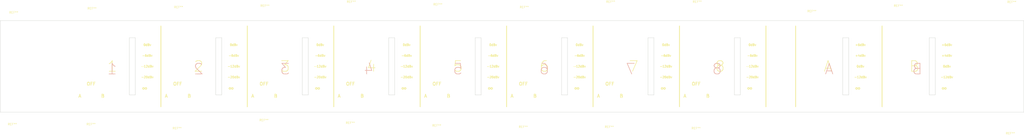
<source format=kicad_pcb>
(kicad_pcb (version 20171130) (host pcbnew "(5.0.0-3-g5ebb6b6)")

  (general
    (thickness 1.6)
    (drawings 148)
    (tracks 0)
    (zones 0)
    (modules 22)
    (nets 1)
  )

  (page User 599.999 200)
  (layers
    (0 F.Cu signal)
    (31 B.Cu signal)
    (32 B.Adhes user)
    (33 F.Adhes user)
    (34 B.Paste user hide)
    (35 F.Paste user hide)
    (36 B.SilkS user hide)
    (37 F.SilkS user)
    (38 B.Mask user)
    (39 F.Mask user)
    (40 Dwgs.User user)
    (41 Cmts.User user)
    (42 Eco1.User user)
    (43 Eco2.User user)
    (44 Edge.Cuts user)
    (45 Margin user)
    (46 B.CrtYd user)
    (47 F.CrtYd user)
    (48 B.Fab user)
    (49 F.Fab user hide)
  )

  (setup
    (last_trace_width 0.25)
    (user_trace_width 0.5)
    (user_trace_width 0.75)
    (user_trace_width 1)
    (trace_clearance 0.2)
    (zone_clearance 0.508)
    (zone_45_only no)
    (trace_min 0.2)
    (segment_width 0.4)
    (edge_width 0.15)
    (via_size 0.6)
    (via_drill 0.4)
    (via_min_size 0.4)
    (via_min_drill 0.3)
    (uvia_size 0.3)
    (uvia_drill 0.1)
    (uvias_allowed no)
    (uvia_min_size 0.2)
    (uvia_min_drill 0.1)
    (pcb_text_width 0.3)
    (pcb_text_size 1.5 1.5)
    (mod_edge_width 0.15)
    (mod_text_size 0.5 0.5)
    (mod_text_width 0.125)
    (pad_size 5.3 5.3)
    (pad_drill 5.3)
    (pad_to_mask_clearance 0.2)
    (aux_axis_origin 0 0)
    (visible_elements 7FFFFFFF)
    (pcbplotparams
      (layerselection 0x010a0_7ffffffe)
      (usegerberextensions false)
      (usegerberattributes false)
      (usegerberadvancedattributes false)
      (creategerberjobfile false)
      (excludeedgelayer true)
      (linewidth 0.100000)
      (plotframeref false)
      (viasonmask false)
      (mode 1)
      (useauxorigin false)
      (hpglpennumber 1)
      (hpglpenspeed 20)
      (hpglpendiameter 15.000000)
      (psnegative false)
      (psa4output false)
      (plotreference true)
      (plotvalue true)
      (plotinvisibletext false)
      (padsonsilk false)
      (subtractmaskfromsilk false)
      (outputformat 1)
      (mirror false)
      (drillshape 0)
      (scaleselection 1)
      (outputdirectory "../docs/FRONT_PANEL_GERBERS/"))
  )

  (net 0 "")

  (net_class Default "This is the default net class."
    (clearance 0.2)
    (trace_width 0.25)
    (via_dia 0.6)
    (via_drill 0.4)
    (uvia_dia 0.3)
    (uvia_drill 0.1)
  )

  (module MountingHole:MountingHole_5.3mm_M5_ISO14580 (layer F.Cu) (tedit 56D1B4CB) (tstamp 5BBE341A)
    (at 54.61 81.915)
    (descr "Mounting Hole 5.3mm, no annular, M5, ISO14580")
    (tags "mounting hole 5.3mm no annular m5 iso14580")
    (attr virtual)
    (fp_text reference REF** (at 0.635 -9.525) (layer F.SilkS)
      (effects (font (size 1 1) (thickness 0.15)))
    )
    (fp_text value MountingHole_5.3mm_M5_ISO14580 (at 0 5.25) (layer F.Fab)
      (effects (font (size 1 1) (thickness 0.15)))
    )
    (fp_circle (center 0 0) (end 4.5 0) (layer F.CrtYd) (width 0.05))
    (fp_circle (center 0 0) (end 4.25 0) (layer Cmts.User) (width 0.15))
    (fp_text user %R (at 0.3 0) (layer F.Fab)
      (effects (font (size 1 1) (thickness 0.15)))
    )
    (pad 1 np_thru_hole circle (at 0 0) (size 5.3 5.3) (drill 5.3) (layers *.Cu *.Mask))
  )

  (module MountingHole:MountingHole_5.3mm_M5_ISO14580 (layer F.Cu) (tedit 56D1B4CB) (tstamp 5BBE325A)
    (at 54.61 113.665)
    (descr "Mounting Hole 5.3mm, no annular, M5, ISO14580")
    (tags "mounting hole 5.3mm no annular m5 iso14580")
    (attr virtual)
    (fp_text reference REF** (at 0 11.43) (layer F.SilkS)
      (effects (font (size 1 1) (thickness 0.15)))
    )
    (fp_text value MountingHole_5.3mm_M5_ISO14580 (at 0 5.25) (layer F.Fab)
      (effects (font (size 1 1) (thickness 0.15)))
    )
    (fp_circle (center 0 0) (end 4.5 0) (layer F.CrtYd) (width 0.05))
    (fp_circle (center 0 0) (end 4.25 0) (layer Cmts.User) (width 0.15))
    (fp_text user %R (at 0.3 0) (layer F.Fab)
      (effects (font (size 1 1) (thickness 0.15)))
    )
    (pad 1 np_thru_hole circle (at 0 0) (size 5.3 5.3) (drill 5.3) (layers *.Cu *.Mask))
  )

  (module MountingHole:MountingHole_5.3mm_M5_ISO14580 (layer F.Cu) (tedit 56D1B4CB) (tstamp 5BBE343E)
    (at 524.51 113.538)
    (descr "Mounting Hole 5.3mm, no annular, M5, ISO14580")
    (tags "mounting hole 5.3mm no annular m5 iso14580")
    (attr virtual)
    (fp_text reference REF** (at -0.635 15.875) (layer F.SilkS)
      (effects (font (size 1 1) (thickness 0.15)))
    )
    (fp_text value MountingHole_5.3mm_M5_ISO14580 (at 0 5.25) (layer F.Fab)
      (effects (font (size 1 1) (thickness 0.15)))
    )
    (fp_circle (center 0 0) (end 4.5 0) (layer F.CrtYd) (width 0.05))
    (fp_circle (center 0 0) (end 4.25 0) (layer Cmts.User) (width 0.15))
    (fp_text user %R (at 0.3 0) (layer F.Fab)
      (effects (font (size 1 1) (thickness 0.15)))
    )
    (pad 1 np_thru_hole circle (at 0 0) (size 5.3 5.3) (drill 5.3) (layers *.Cu *.Mask))
  )

  (module MountingHole:MountingHole_5.3mm_M5_ISO14580 (layer F.Cu) (tedit 56D1B4CB) (tstamp 5BBE3462)
    (at 524.51 82.042)
    (descr "Mounting Hole 5.3mm, no annular, M5, ISO14580")
    (tags "mounting hole 5.3mm no annular m5 iso14580")
    (attr virtual)
    (fp_text reference REF** (at 0 -14.605) (layer F.SilkS)
      (effects (font (size 1 1) (thickness 0.15)))
    )
    (fp_text value MountingHole_5.3mm_M5_ISO14580 (at 0 5.25) (layer F.Fab)
      (effects (font (size 1 1) (thickness 0.15)))
    )
    (fp_circle (center 0 0) (end 4.5 0) (layer F.CrtYd) (width 0.05))
    (fp_circle (center 0 0) (end 4.25 0) (layer Cmts.User) (width 0.15))
    (fp_text user %R (at 0.3 0) (layer F.Fab)
      (effects (font (size 1 1) (thickness 0.15)))
    )
    (pad 1 np_thru_hole circle (at 0 0) (size 5.3 5.3) (drill 5.3) (layers *.Cu *.Mask))
  )

  (module MountingHole:MountingHole_5.3mm_M5_ISO14580 (layer F.Cu) (tedit 56D1B4CB) (tstamp 5BB2AFFC)
    (at 376.094 111.76)
    (descr "Mounting Hole 5.3mm, no annular, M5, ISO14580")
    (tags "mounting hole 5.3mm no annular m5 iso14580")
    (attr virtual)
    (fp_text reference REF** (at 0 15.24) (layer F.SilkS)
      (effects (font (size 1 1) (thickness 0.15)))
    )
    (fp_text value MountingHole_5.3mm_M5_ISO14580 (at 0 5.25) (layer F.Fab)
      (effects (font (size 1 1) (thickness 0.15)))
    )
    (fp_circle (center 0 0) (end 4.5 0) (layer F.CrtYd) (width 0.05))
    (fp_circle (center 0 0) (end 4.25 0) (layer Cmts.User) (width 0.15))
    (fp_text user %R (at 0.3 0) (layer F.Fab)
      (effects (font (size 1 1) (thickness 0.15)))
    )
    (pad 1 np_thru_hole circle (at 0 0) (size 5.3 5.3) (drill 5.3) (layers *.Cu *.Mask))
  )

  (module MountingHole:MountingHole_5.3mm_M5_ISO14580 (layer F.Cu) (tedit 56D1B4CB) (tstamp 5BB2AFEE)
    (at 335.4832 111.76)
    (descr "Mounting Hole 5.3mm, no annular, M5, ISO14580")
    (tags "mounting hole 5.3mm no annular m5 iso14580")
    (attr virtual)
    (fp_text reference REF** (at -0.2032 14.605) (layer F.SilkS)
      (effects (font (size 1 1) (thickness 0.15)))
    )
    (fp_text value MountingHole_5.3mm_M5_ISO14580 (at 0 5.25) (layer F.Fab)
      (effects (font (size 1 1) (thickness 0.15)))
    )
    (fp_circle (center 0 0) (end 4.5 0) (layer F.CrtYd) (width 0.05))
    (fp_circle (center 0 0) (end 4.25 0) (layer Cmts.User) (width 0.15))
    (fp_text user %R (at 0.3 0) (layer F.Fab)
      (effects (font (size 1 1) (thickness 0.15)))
    )
    (pad 1 np_thru_hole circle (at 0 0) (size 5.3 5.3) (drill 5.3) (layers *.Cu *.Mask))
  )

  (module MountingHole:MountingHole_5.3mm_M5_ISO14580 (layer F.Cu) (tedit 56D1B4CB) (tstamp 5BB2AFE0)
    (at 294.814 111.76)
    (descr "Mounting Hole 5.3mm, no annular, M5, ISO14580")
    (tags "mounting hole 5.3mm no annular m5 iso14580")
    (attr virtual)
    (fp_text reference REF** (at 0 14.605) (layer F.SilkS)
      (effects (font (size 1 1) (thickness 0.15)))
    )
    (fp_text value MountingHole_5.3mm_M5_ISO14580 (at 0 5.25) (layer F.Fab)
      (effects (font (size 1 1) (thickness 0.15)))
    )
    (fp_circle (center 0 0) (end 4.5 0) (layer F.CrtYd) (width 0.05))
    (fp_circle (center 0 0) (end 4.25 0) (layer Cmts.User) (width 0.15))
    (fp_text user %R (at 0.3 0) (layer F.Fab)
      (effects (font (size 1 1) (thickness 0.15)))
    )
    (pad 1 np_thru_hole circle (at 0 0) (size 5.3 5.3) (drill 5.3) (layers *.Cu *.Mask))
  )

  (module MountingHole:MountingHole_5.3mm_M5_ISO14580 (layer F.Cu) (tedit 56D1B4CB) (tstamp 5BB2AFD2)
    (at 254.1524 111.76)
    (descr "Mounting Hole 5.3mm, no annular, M5, ISO14580")
    (tags "mounting hole 5.3mm no annular m5 iso14580")
    (attr virtual)
    (fp_text reference REF** (at 0 13.97) (layer F.SilkS)
      (effects (font (size 1 1) (thickness 0.15)))
    )
    (fp_text value MountingHole_5.3mm_M5_ISO14580 (at 0 5.25) (layer F.Fab)
      (effects (font (size 1 1) (thickness 0.15)))
    )
    (fp_circle (center 0 0) (end 4.5 0) (layer F.CrtYd) (width 0.05))
    (fp_circle (center 0 0) (end 4.25 0) (layer Cmts.User) (width 0.15))
    (fp_text user %R (at 0.3 0) (layer F.Fab)
      (effects (font (size 1 1) (thickness 0.15)))
    )
    (pad 1 np_thru_hole circle (at 0 0) (size 5.3 5.3) (drill 5.3) (layers *.Cu *.Mask))
  )

  (module MountingHole:MountingHole_5.3mm_M5_ISO14580 (layer F.Cu) (tedit 56D1B4CB) (tstamp 5BB2AFC4)
    (at 213.5124 111.76)
    (descr "Mounting Hole 5.3mm, no annular, M5, ISO14580")
    (tags "mounting hole 5.3mm no annular m5 iso14580")
    (attr virtual)
    (fp_text reference REF** (at 0 12.7) (layer F.SilkS)
      (effects (font (size 1 1) (thickness 0.15)))
    )
    (fp_text value MountingHole_5.3mm_M5_ISO14580 (at 0 5.25) (layer F.Fab)
      (effects (font (size 1 1) (thickness 0.15)))
    )
    (fp_circle (center 0 0) (end 4.5 0) (layer F.CrtYd) (width 0.05))
    (fp_circle (center 0 0) (end 4.25 0) (layer Cmts.User) (width 0.15))
    (fp_text user %R (at 0.3 0) (layer F.Fab)
      (effects (font (size 1 1) (thickness 0.15)))
    )
    (pad 1 np_thru_hole circle (at 0 0) (size 5.3 5.3) (drill 5.3) (layers *.Cu *.Mask))
  )

  (module MountingHole:MountingHole_5.3mm_M5_ISO14580 (layer F.Cu) (tedit 56D1B4CB) (tstamp 5BB2AFB6)
    (at 172.9232 111.76)
    (descr "Mounting Hole 5.3mm, no annular, M5, ISO14580")
    (tags "mounting hole 5.3mm no annular m5 iso14580")
    (attr virtual)
    (fp_text reference REF** (at 0 11.43) (layer F.SilkS)
      (effects (font (size 1 1) (thickness 0.15)))
    )
    (fp_text value MountingHole_5.3mm_M5_ISO14580 (at 0 5.25) (layer F.Fab)
      (effects (font (size 1 1) (thickness 0.15)))
    )
    (fp_circle (center 0 0) (end 4.5 0) (layer F.CrtYd) (width 0.05))
    (fp_circle (center 0 0) (end 4.25 0) (layer Cmts.User) (width 0.15))
    (fp_text user %R (at 0.3 0) (layer F.Fab)
      (effects (font (size 1 1) (thickness 0.15)))
    )
    (pad 1 np_thru_hole circle (at 0 0) (size 5.3 5.3) (drill 5.3) (layers *.Cu *.Mask))
  )

  (module MountingHole:MountingHole_5.3mm_M5_ISO14580 (layer F.Cu) (tedit 56D1B4CB) (tstamp 5BB2AFA8)
    (at 132.254 111.76)
    (descr "Mounting Hole 5.3mm, no annular, M5, ISO14580")
    (tags "mounting hole 5.3mm no annular m5 iso14580")
    (attr virtual)
    (fp_text reference REF** (at -0.174 15.24) (layer F.SilkS)
      (effects (font (size 1 1) (thickness 0.15)))
    )
    (fp_text value MountingHole_5.3mm_M5_ISO14580 (at 0 5.25) (layer F.Fab)
      (effects (font (size 1 1) (thickness 0.15)))
    )
    (fp_circle (center 0 0) (end 4.5 0) (layer F.CrtYd) (width 0.05))
    (fp_circle (center 0 0) (end 4.25 0) (layer Cmts.User) (width 0.15))
    (fp_text user %R (at 0.3 0) (layer F.Fab)
      (effects (font (size 1 1) (thickness 0.15)))
    )
    (pad 1 np_thru_hole circle (at 0 0) (size 5.3 5.3) (drill 5.3) (layers *.Cu *.Mask))
  )

  (module MountingHole:MountingHole_5.3mm_M5_ISO14580 (layer F.Cu) (tedit 56D1B4CB) (tstamp 5BB2AF9A)
    (at 91.614 111.76)
    (descr "Mounting Hole 5.3mm, no annular, M5, ISO14580")
    (tags "mounting hole 5.3mm no annular m5 iso14580")
    (attr virtual)
    (fp_text reference REF** (at 0 13.335) (layer F.SilkS)
      (effects (font (size 1 1) (thickness 0.15)))
    )
    (fp_text value MountingHole_5.3mm_M5_ISO14580 (at 0 5.25) (layer F.Fab)
      (effects (font (size 1 1) (thickness 0.15)))
    )
    (fp_circle (center 0 0) (end 4.5 0) (layer F.CrtYd) (width 0.05))
    (fp_circle (center 0 0) (end 4.25 0) (layer Cmts.User) (width 0.15))
    (fp_text user %R (at 0.3 0) (layer F.Fab)
      (effects (font (size 1 1) (thickness 0.15)))
    )
    (pad 1 np_thru_hole circle (at 0 0) (size 5.3 5.3) (drill 5.3) (layers *.Cu *.Mask))
  )

  (module MountingHole:MountingHole_6.4mm_M6_ISO14580 (layer F.Cu) (tedit 56D1B4CB) (tstamp 5BB2AF07)
    (at 92.0496 86.2584)
    (descr "Mounting Hole 6.4mm, no annular, M6, ISO14580")
    (tags "mounting hole 6.4mm no annular m6 iso14580")
    (attr virtual)
    (fp_text reference REF** (at 0.0254 -15.7734) (layer F.SilkS)
      (effects (font (size 1 1) (thickness 0.15)))
    )
    (fp_text value MountingHole_6.4mm_M6_ISO14580 (at 0 6) (layer F.Fab)
      (effects (font (size 1 1) (thickness 0.15)))
    )
    (fp_circle (center 0 0) (end 5.25 0) (layer F.CrtYd) (width 0.05))
    (fp_circle (center 0 0) (end 5 0) (layer Cmts.User) (width 0.15))
    (fp_text user %R (at 0.3 0) (layer F.Fab)
      (effects (font (size 1 1) (thickness 0.15)))
    )
    (pad 1 np_thru_hole circle (at 0 0) (size 6.4 6.4) (drill 6.4) (layers *.Cu *.Mask))
  )

  (module MountingHole:MountingHole_6.4mm_M6_ISO14580 (layer F.Cu) (tedit 56D1B4CB) (tstamp 5BB2AF1C)
    (at 132.7912 86.36)
    (descr "Mounting Hole 6.4mm, no annular, M6, ISO14580")
    (tags "mounting hole 6.4mm no annular m6 iso14580")
    (attr virtual)
    (fp_text reference REF** (at 0 -16.51) (layer F.SilkS)
      (effects (font (size 1 1) (thickness 0.15)))
    )
    (fp_text value MountingHole_6.4mm_M6_ISO14580 (at 0 6) (layer F.Fab)
      (effects (font (size 1 1) (thickness 0.15)))
    )
    (fp_circle (center 0 0) (end 5.25 0) (layer F.CrtYd) (width 0.05))
    (fp_circle (center 0 0) (end 5 0) (layer Cmts.User) (width 0.15))
    (fp_text user %R (at 0.3 0) (layer F.Fab)
      (effects (font (size 1 1) (thickness 0.15)))
    )
    (pad 1 np_thru_hole circle (at 0 0) (size 6.4 6.4) (drill 6.4) (layers *.Cu *.Mask))
  )

  (module MountingHole:MountingHole_6.4mm_M6_ISO14580 (layer F.Cu) (tedit 56D1B4CB) (tstamp 5BB2AF2A)
    (at 173.402 86.36)
    (descr "Mounting Hole 6.4mm, no annular, M6, ISO14580")
    (tags "mounting hole 6.4mm no annular m6 iso14580")
    (attr virtual)
    (fp_text reference REF** (at 0 -17.145) (layer F.SilkS)
      (effects (font (size 1 1) (thickness 0.15)))
    )
    (fp_text value MountingHole_6.4mm_M6_ISO14580 (at 0 6) (layer F.Fab)
      (effects (font (size 1 1) (thickness 0.15)))
    )
    (fp_circle (center 0 0) (end 5.25 0) (layer F.CrtYd) (width 0.05))
    (fp_circle (center 0 0) (end 5 0) (layer Cmts.User) (width 0.15))
    (fp_text user %R (at 0.3 0) (layer F.Fab)
      (effects (font (size 1 1) (thickness 0.15)))
    )
    (pad 1 np_thru_hole circle (at 0 0) (size 6.4 6.4) (drill 6.4) (layers *.Cu *.Mask))
  )

  (module MountingHole:MountingHole_6.4mm_M6_ISO14580 (layer F.Cu) (tedit 56D1B4CB) (tstamp 5BB2AF38)
    (at 214.042 86.36)
    (descr "Mounting Hole 6.4mm, no annular, M6, ISO14580")
    (tags "mounting hole 6.4mm no annular m6 iso14580")
    (attr virtual)
    (fp_text reference REF** (at -0.047 -19.05) (layer F.SilkS)
      (effects (font (size 1 1) (thickness 0.15)))
    )
    (fp_text value MountingHole_6.4mm_M6_ISO14580 (at 0 6) (layer F.Fab)
      (effects (font (size 1 1) (thickness 0.15)))
    )
    (fp_circle (center 0 0) (end 5.25 0) (layer F.CrtYd) (width 0.05))
    (fp_circle (center 0 0) (end 5 0) (layer Cmts.User) (width 0.15))
    (fp_text user %R (at 0.3 0) (layer F.Fab)
      (effects (font (size 1 1) (thickness 0.15)))
    )
    (pad 1 np_thru_hole circle (at 0 0) (size 6.4 6.4) (drill 6.4) (layers *.Cu *.Mask))
  )

  (module MountingHole:MountingHole_6.4mm_M6_ISO14580 (layer F.Cu) (tedit 56D1B4CB) (tstamp 5BB2AF46)
    (at 254.682 86.36)
    (descr "Mounting Hole 6.4mm, no annular, M6, ISO14580")
    (tags "mounting hole 6.4mm no annular m6 iso14580")
    (attr virtual)
    (fp_text reference REF** (at 0 -17.78) (layer F.SilkS)
      (effects (font (size 1 1) (thickness 0.15)))
    )
    (fp_text value MountingHole_6.4mm_M6_ISO14580 (at 0 6) (layer F.Fab)
      (effects (font (size 1 1) (thickness 0.15)))
    )
    (fp_circle (center 0 0) (end 5.25 0) (layer F.CrtYd) (width 0.05))
    (fp_circle (center 0 0) (end 5 0) (layer Cmts.User) (width 0.15))
    (fp_text user %R (at 0.3 0) (layer F.Fab)
      (effects (font (size 1 1) (thickness 0.15)))
    )
    (pad 1 np_thru_hole circle (at 0 0) (size 6.4 6.4) (drill 6.4) (layers *.Cu *.Mask))
  )

  (module MountingHole:MountingHole_6.4mm_M6_ISO14580 (layer F.Cu) (tedit 56D1B4CB) (tstamp 5BB2AF54)
    (at 295.3004 86.36)
    (descr "Mounting Hole 6.4mm, no annular, M6, ISO14580")
    (tags "mounting hole 6.4mm no annular m6 iso14580")
    (attr virtual)
    (fp_text reference REF** (at -0.0254 -16.51) (layer F.SilkS)
      (effects (font (size 1 1) (thickness 0.15)))
    )
    (fp_text value MountingHole_6.4mm_M6_ISO14580 (at 0 6) (layer F.Fab)
      (effects (font (size 1 1) (thickness 0.15)))
    )
    (fp_circle (center 0 0) (end 5.25 0) (layer F.CrtYd) (width 0.05))
    (fp_circle (center 0 0) (end 5 0) (layer Cmts.User) (width 0.15))
    (fp_text user %R (at 0.3 0) (layer F.Fab)
      (effects (font (size 1 1) (thickness 0.15)))
    )
    (pad 1 np_thru_hole circle (at 0 0) (size 6.4 6.4) (drill 6.4) (layers *.Cu *.Mask))
  )

  (module MountingHole:MountingHole_6.4mm_M6_ISO14580 (layer F.Cu) (tedit 56D1B4CB) (tstamp 5BB2AF8C)
    (at 471.17 86.4108)
    (descr "Mounting Hole 6.4mm, no annular, M6, ISO14580")
    (tags "mounting hole 6.4mm no annular m6 iso14580")
    (attr virtual)
    (fp_text reference REF** (at 0 -17.1958) (layer F.SilkS)
      (effects (font (size 1 1) (thickness 0.15)))
    )
    (fp_text value MountingHole_6.4mm_M6_ISO14580 (at 0 6) (layer F.Fab)
      (effects (font (size 1 1) (thickness 0.15)))
    )
    (fp_circle (center 0 0) (end 5.25 0) (layer F.CrtYd) (width 0.05))
    (fp_circle (center 0 0) (end 5 0) (layer Cmts.User) (width 0.15))
    (fp_text user %R (at 0.3 0) (layer F.Fab)
      (effects (font (size 1 1) (thickness 0.15)))
    )
    (pad 1 np_thru_hole circle (at 0 0) (size 6.4 6.4) (drill 6.4) (layers *.Cu *.Mask))
  )

  (module MountingHole:MountingHole_6.4mm_M6_ISO14580 (layer F.Cu) (tedit 56D1B4CB) (tstamp 5BB2AF7E)
    (at 430.53 86.4108)
    (descr "Mounting Hole 6.4mm, no annular, M6, ISO14580")
    (tags "mounting hole 6.4mm no annular m6 iso14580")
    (attr virtual)
    (fp_text reference REF** (at 0 -14.6558) (layer F.SilkS)
      (effects (font (size 1 1) (thickness 0.15)))
    )
    (fp_text value MountingHole_6.4mm_M6_ISO14580 (at 0 6) (layer F.Fab)
      (effects (font (size 1 1) (thickness 0.15)))
    )
    (fp_circle (center 0 0) (end 5.25 0) (layer F.CrtYd) (width 0.05))
    (fp_circle (center 0 0) (end 5 0) (layer Cmts.User) (width 0.15))
    (fp_text user %R (at 0.3 0) (layer F.Fab)
      (effects (font (size 1 1) (thickness 0.15)))
    )
    (pad 1 np_thru_hole circle (at 0 0) (size 6.4 6.4) (drill 6.4) (layers *.Cu *.Mask))
  )

  (module MountingHole:MountingHole_6.4mm_M6_ISO14580 (layer F.Cu) (tedit 56D1B4CB) (tstamp 5BB2AF70)
    (at 376.602 86.36)
    (descr "Mounting Hole 6.4mm, no annular, M6, ISO14580")
    (tags "mounting hole 6.4mm no annular m6 iso14580")
    (attr virtual)
    (fp_text reference REF** (at 0 -19.05) (layer F.SilkS)
      (effects (font (size 1 1) (thickness 0.15)))
    )
    (fp_text value MountingHole_6.4mm_M6_ISO14580 (at 0 6) (layer F.Fab)
      (effects (font (size 1 1) (thickness 0.15)))
    )
    (fp_circle (center 0 0) (end 5.25 0) (layer F.CrtYd) (width 0.05))
    (fp_circle (center 0 0) (end 5 0) (layer Cmts.User) (width 0.15))
    (fp_text user %R (at 0.3 0) (layer F.Fab)
      (effects (font (size 1 1) (thickness 0.15)))
    )
    (pad 1 np_thru_hole circle (at 0 0) (size 6.4 6.4) (drill 6.4) (layers *.Cu *.Mask))
  )

  (module MountingHole:MountingHole_6.4mm_M6_ISO14580 (layer F.Cu) (tedit 56D1B4CB) (tstamp 5BB2AF62)
    (at 335.8388 86.36)
    (descr "Mounting Hole 6.4mm, no annular, M6, ISO14580")
    (tags "mounting hole 6.4mm no annular m6 iso14580")
    (attr virtual)
    (fp_text reference REF** (at 0.0762 -19.05) (layer F.SilkS)
      (effects (font (size 1 1) (thickness 0.15)))
    )
    (fp_text value MountingHole_6.4mm_M6_ISO14580 (at 0 6) (layer F.Fab)
      (effects (font (size 1 1) (thickness 0.15)))
    )
    (fp_circle (center 0 0) (end 5.25 0) (layer F.CrtYd) (width 0.05))
    (fp_circle (center 0 0) (end 5 0) (layer Cmts.User) (width 0.15))
    (fp_text user %R (at 0.3 0) (layer F.Fab)
      (effects (font (size 1 1) (thickness 0.15)))
    )
    (pad 1 np_thru_hole circle (at 0 0) (size 6.4 6.4) (drill 6.4) (layers *.Cu *.Mask))
  )

  (gr_text OFF (at 376.174 106.045) (layer F.SilkS) (tstamp 5BBE2E13)
    (effects (font (size 1.5 1.5) (thickness 0.3)))
  )
  (gr_text OFF (at 335.534 106.045) (layer F.SilkS) (tstamp 5BBE2E13)
    (effects (font (size 1.5 1.5) (thickness 0.3)))
  )
  (gr_text OFF (at 294.894 106.045) (layer F.SilkS) (tstamp 5BBE2E13)
    (effects (font (size 1.5 1.5) (thickness 0.3)))
  )
  (gr_text OFF (at 254.254 106.045) (layer F.SilkS) (tstamp 5BBE2E13)
    (effects (font (size 1.5 1.5) (thickness 0.3)))
  )
  (gr_text OFF (at 213.614 106.045) (layer F.SilkS) (tstamp 5BBE2E13)
    (effects (font (size 1.5 1.5) (thickness 0.3)))
  )
  (gr_text OFF (at 172.974 106.045) (layer F.SilkS) (tstamp 5BBE2E13)
    (effects (font (size 1.5 1.5) (thickness 0.3)))
  )
  (gr_text OFF (at 132.334 106.045) (layer F.SilkS) (tstamp 5BBE2E13)
    (effects (font (size 1.5 1.5) (thickness 0.3)))
  )
  (gr_text OFF (at 91.694 106.045) (layer F.SilkS)
    (effects (font (size 1.5 1.5) (thickness 0.3)))
  )
  (gr_line (start 422.91 116.84) (end 422.91 78.74) (layer F.SilkS) (width 0.4) (tstamp 5B067350))
  (gr_text ∞ (at 116.84 107.95) (layer F.SilkS) (tstamp 5BB2E181)
    (effects (font (size 3 3) (thickness 0.3)) (justify mirror))
  )
  (gr_text 0dBv (at 118.11 87.63) (layer F.SilkS) (tstamp 5BB2E180)
    (effects (font (size 1 1) (thickness 0.25)))
  )
  (gr_text -20dBv (at 118.11 102.87) (layer F.SilkS) (tstamp 5BB2E17F)
    (effects (font (size 1 1) (thickness 0.25)))
  )
  (gr_text -12dBv (at 118.11 97.79) (layer F.SilkS) (tstamp 5BB2E17E)
    (effects (font (size 1 1) (thickness 0.25)))
  )
  (gr_text -6dBv (at 118.11 92.71) (layer F.SilkS) (tstamp 5BB2E17D)
    (effects (font (size 1 1) (thickness 0.25)))
  )
  (gr_text ∞ (at 157.48 107.95) (layer F.SilkS) (tstamp 5BB2E177)
    (effects (font (size 3 3) (thickness 0.3)) (justify mirror))
  )
  (gr_text 0dBv (at 158.75 87.63) (layer F.SilkS) (tstamp 5BB2E176)
    (effects (font (size 1 1) (thickness 0.25)))
  )
  (gr_text -20dBv (at 158.75 102.87) (layer F.SilkS) (tstamp 5BB2E175)
    (effects (font (size 1 1) (thickness 0.25)))
  )
  (gr_text -12dBv (at 158.75 97.79) (layer F.SilkS) (tstamp 5BB2E174)
    (effects (font (size 1 1) (thickness 0.25)))
  )
  (gr_text -6dBv (at 158.75 92.71) (layer F.SilkS) (tstamp 5BB2E173)
    (effects (font (size 1 1) (thickness 0.25)))
  )
  (gr_text ∞ (at 198.12 107.95) (layer F.SilkS) (tstamp 5BB2E16D)
    (effects (font (size 3 3) (thickness 0.3)) (justify mirror))
  )
  (gr_text 0dBv (at 199.39 87.63) (layer F.SilkS) (tstamp 5BB2E16C)
    (effects (font (size 1 1) (thickness 0.25)))
  )
  (gr_text -20dBv (at 199.39 102.87) (layer F.SilkS) (tstamp 5BB2E16B)
    (effects (font (size 1 1) (thickness 0.25)))
  )
  (gr_text -12dBv (at 199.39 97.79) (layer F.SilkS) (tstamp 5BB2E16A)
    (effects (font (size 1 1) (thickness 0.25)))
  )
  (gr_text -6dBv (at 199.39 92.71) (layer F.SilkS) (tstamp 5BB2E169)
    (effects (font (size 1 1) (thickness 0.25)))
  )
  (gr_text ∞ (at 238.76 107.95) (layer F.SilkS) (tstamp 5BB2E163)
    (effects (font (size 3 3) (thickness 0.3)) (justify mirror))
  )
  (gr_text 0dBv (at 240.03 87.63) (layer F.SilkS) (tstamp 5BB2E162)
    (effects (font (size 1 1) (thickness 0.25)))
  )
  (gr_text -20dBv (at 240.03 102.87) (layer F.SilkS) (tstamp 5BB2E161)
    (effects (font (size 1 1) (thickness 0.25)))
  )
  (gr_text -12dBv (at 240.03 97.79) (layer F.SilkS) (tstamp 5BB2E160)
    (effects (font (size 1 1) (thickness 0.25)))
  )
  (gr_text -6dBv (at 240.03 92.71) (layer F.SilkS) (tstamp 5BB2E15F)
    (effects (font (size 1 1) (thickness 0.25)))
  )
  (gr_text ∞ (at 279.4 107.95) (layer F.SilkS) (tstamp 5BB2E159)
    (effects (font (size 3 3) (thickness 0.3)) (justify mirror))
  )
  (gr_text 0dBv (at 280.67 87.63) (layer F.SilkS) (tstamp 5BB2E158)
    (effects (font (size 1 1) (thickness 0.25)))
  )
  (gr_text -20dBv (at 280.67 102.87) (layer F.SilkS) (tstamp 5BB2E157)
    (effects (font (size 1 1) (thickness 0.25)))
  )
  (gr_text -12dBv (at 280.67 97.79) (layer F.SilkS) (tstamp 5BB2E156)
    (effects (font (size 1 1) (thickness 0.25)))
  )
  (gr_text -6dBv (at 280.67 92.71) (layer F.SilkS) (tstamp 5BB2E155)
    (effects (font (size 1 1) (thickness 0.25)))
  )
  (gr_text ∞ (at 320.04 107.95) (layer F.SilkS) (tstamp 5BB2E14A)
    (effects (font (size 3 3) (thickness 0.3)) (justify mirror))
  )
  (gr_text 0dBv (at 321.31 87.63) (layer F.SilkS) (tstamp 5BB2E149)
    (effects (font (size 1 1) (thickness 0.25)))
  )
  (gr_text -20dBv (at 321.31 102.87) (layer F.SilkS) (tstamp 5BB2E148)
    (effects (font (size 1 1) (thickness 0.25)))
  )
  (gr_text -12dBv (at 321.31 97.79) (layer F.SilkS) (tstamp 5BB2E147)
    (effects (font (size 1 1) (thickness 0.25)))
  )
  (gr_text -6dBv (at 321.31 92.71) (layer F.SilkS) (tstamp 5BB2E146)
    (effects (font (size 1 1) (thickness 0.25)))
  )
  (gr_text -20dBv (at 361.95 102.87) (layer F.SilkS) (tstamp 5BB2E140)
    (effects (font (size 1 1) (thickness 0.25)))
  )
  (gr_text -12dBv (at 361.95 97.79) (layer F.SilkS) (tstamp 5BB2E13F)
    (effects (font (size 1 1) (thickness 0.25)))
  )
  (gr_text -6dBv (at 361.95 92.71) (layer F.SilkS) (tstamp 5BB2E13E)
    (effects (font (size 1 1) (thickness 0.25)))
  )
  (gr_text 0dBv (at 361.95 87.63) (layer F.SilkS) (tstamp 5BB2E13D)
    (effects (font (size 1 1) (thickness 0.25)))
  )
  (gr_text ∞ (at 360.68 107.95) (layer F.SilkS) (tstamp 5BB2E13C)
    (effects (font (size 3 3) (thickness 0.3)) (justify mirror))
  )
  (gr_text -20dBv (at 402.59 102.87) (layer F.SilkS) (tstamp 5BB2E115)
    (effects (font (size 1 1) (thickness 0.25)))
  )
  (gr_text -12dBv (at 402.59 97.79) (layer F.SilkS) (tstamp 5BB2E111)
    (effects (font (size 1 1) (thickness 0.25)))
  )
  (gr_text -6dBv (at 402.59 92.71) (layer F.SilkS) (tstamp 5BB2E10D)
    (effects (font (size 1 1) (thickness 0.25)))
  )
  (gr_text 0dBv (at 402.59 87.63) (layer F.SilkS) (tstamp 5BB2E109)
    (effects (font (size 1 1) (thickness 0.25)))
  )
  (gr_text -12dBv (at 494.03 102.87) (layer F.SilkS) (tstamp 5BB2E101)
    (effects (font (size 1 1) (thickness 0.25)))
  )
  (gr_text 0dBv (at 494.03 97.79) (layer F.SilkS) (tstamp 5BB2E100)
    (effects (font (size 1 1) (thickness 0.25)))
  )
  (gr_text +4dBv (at 494.03 92.71) (layer F.SilkS) (tstamp 5BB2E0FF)
    (effects (font (size 1 1) (thickness 0.25)))
  )
  (gr_text +6dBv (at 494.03 87.63) (layer F.SilkS) (tstamp 5BB2E0FE)
    (effects (font (size 1 1) (thickness 0.25)))
  )
  (gr_text ∞ (at 492.76 107.95) (layer F.SilkS) (tstamp 5BB2E0FD)
    (effects (font (size 3 3) (thickness 0.3)) (justify mirror))
  )
  (gr_text -12dBv (at 453.39 102.87) (layer F.SilkS) (tstamp 5BB2E093)
    (effects (font (size 1 1) (thickness 0.25)))
  )
  (gr_text 0dBv (at 453.39 97.79) (layer F.SilkS) (tstamp 5BB2E08F)
    (effects (font (size 1 1) (thickness 0.25)))
  )
  (gr_text +4dBv (at 453.39 92.71) (layer F.SilkS) (tstamp 5BB2E08B)
    (effects (font (size 1 1) (thickness 0.25)))
  )
  (gr_text +6dBv (at 453.39 87.63) (layer F.SilkS)
    (effects (font (size 1 1) (thickness 0.25)))
  )
  (gr_text ∞ (at 452.12 107.95) (layer F.SilkS) (tstamp 5BBE2AC7)
    (effects (font (size 3 3) (thickness 0.3)) (justify mirror))
  )
  (gr_text ∞ (at 401.32 107.95) (layer F.SilkS) (tstamp 5BB2DE6B)
    (effects (font (size 3 3) (thickness 0.3)) (justify mirror))
  )
  (gr_line (start 488.5182 111.2774) (end 485.7242 111.2774) (layer Edge.Cuts) (width 0.15) (tstamp 5BB2B6B9))
  (gr_line (start 488.5182 84.3026) (end 488.5182 111.2774) (layer Edge.Cuts) (width 0.15) (tstamp 5BB2B6B8))
  (gr_line (start 485.7242 84.3026) (end 488.5182 84.3026) (layer Edge.Cuts) (width 0.15) (tstamp 5BB2B6B7))
  (gr_line (start 485.7242 111.2774) (end 485.7242 84.3026) (layer Edge.Cuts) (width 0.15) (tstamp 5BB2B6B6))
  (gr_line (start 447.8782 111.2774) (end 445.0842 111.2774) (layer Edge.Cuts) (width 0.15) (tstamp 5BBE2AC2))
  (gr_line (start 447.8782 84.3026) (end 447.8782 111.2774) (layer Edge.Cuts) (width 0.15) (tstamp 5BB2B6B0))
  (gr_line (start 445.0842 84.3026) (end 447.8782 84.3026) (layer Edge.Cuts) (width 0.15) (tstamp 5BB2B6AF))
  (gr_line (start 445.0842 111.2774) (end 445.0842 84.3026) (layer Edge.Cuts) (width 0.15) (tstamp 5BB2B6AE))
  (gr_line (start 396.9258 111.2774) (end 394.1318 111.2774) (layer Edge.Cuts) (width 0.15) (tstamp 5BB2B6A9))
  (gr_line (start 396.9258 84.3026) (end 396.9258 111.2774) (layer Edge.Cuts) (width 0.15) (tstamp 5BB2B6A8))
  (gr_line (start 394.1318 84.3026) (end 396.9258 84.3026) (layer Edge.Cuts) (width 0.15) (tstamp 5BB2B6A7))
  (gr_line (start 394.1318 111.2774) (end 394.1318 84.3026) (layer Edge.Cuts) (width 0.15) (tstamp 5BB2B6A6))
  (gr_line (start 356.2858 111.2774) (end 353.4918 111.2774) (layer Edge.Cuts) (width 0.15) (tstamp 5BB2B6A1))
  (gr_line (start 356.2858 84.3026) (end 356.2858 111.2774) (layer Edge.Cuts) (width 0.15) (tstamp 5BB2B6A0))
  (gr_line (start 353.4918 84.3026) (end 356.2858 84.3026) (layer Edge.Cuts) (width 0.15) (tstamp 5BB2B69F))
  (gr_line (start 353.4918 111.2774) (end 353.4918 84.3026) (layer Edge.Cuts) (width 0.15) (tstamp 5BB2B69E))
  (gr_line (start 315.6458 111.2774) (end 312.8518 111.2774) (layer Edge.Cuts) (width 0.15) (tstamp 5BB2B699))
  (gr_line (start 315.6458 84.3026) (end 315.6458 111.2774) (layer Edge.Cuts) (width 0.15) (tstamp 5BB2B698))
  (gr_line (start 312.8518 84.3026) (end 315.6458 84.3026) (layer Edge.Cuts) (width 0.15) (tstamp 5BB2B697))
  (gr_line (start 312.8518 111.2774) (end 312.8518 84.3026) (layer Edge.Cuts) (width 0.15) (tstamp 5BB2B696))
  (gr_line (start 275.0058 111.2774) (end 272.2118 111.2774) (layer Edge.Cuts) (width 0.15) (tstamp 5BB2B691))
  (gr_line (start 275.0058 84.3026) (end 275.0058 111.2774) (layer Edge.Cuts) (width 0.15) (tstamp 5BB2B690))
  (gr_line (start 272.2118 84.3026) (end 275.0058 84.3026) (layer Edge.Cuts) (width 0.15) (tstamp 5BB2B68F))
  (gr_line (start 272.2118 111.2774) (end 272.2118 84.3026) (layer Edge.Cuts) (width 0.15) (tstamp 5BB2B68E))
  (gr_line (start 234.3658 111.2774) (end 231.5718 111.2774) (layer Edge.Cuts) (width 0.15) (tstamp 5BB2B689))
  (gr_line (start 234.3658 84.3026) (end 234.3658 111.2774) (layer Edge.Cuts) (width 0.15) (tstamp 5BB2B688))
  (gr_line (start 231.5718 84.3026) (end 234.3658 84.3026) (layer Edge.Cuts) (width 0.15) (tstamp 5BB2B687))
  (gr_line (start 231.5718 111.2774) (end 231.5718 84.3026) (layer Edge.Cuts) (width 0.15) (tstamp 5BB2B686))
  (gr_line (start 190.9318 111.2774) (end 190.9318 84.3026) (layer Edge.Cuts) (width 0.15) (tstamp 5BB2B681))
  (gr_line (start 190.9318 84.3026) (end 193.7258 84.3026) (layer Edge.Cuts) (width 0.15) (tstamp 5BB2B680))
  (gr_line (start 193.7258 84.3026) (end 193.7258 111.2774) (layer Edge.Cuts) (width 0.15) (tstamp 5BB2B67F))
  (gr_line (start 193.7258 111.2774) (end 190.9318 111.2774) (layer Edge.Cuts) (width 0.15) (tstamp 5BB2B67E))
  (gr_line (start 150.2918 84.3026) (end 153.0858 84.3026) (layer Edge.Cuts) (width 0.15) (tstamp 5BB2B679))
  (gr_line (start 153.0858 111.2774) (end 150.2918 111.2774) (layer Edge.Cuts) (width 0.15) (tstamp 5BB2B678))
  (gr_line (start 153.0858 84.3026) (end 153.0858 111.2774) (layer Edge.Cuts) (width 0.15) (tstamp 5BB2B677))
  (gr_line (start 150.2918 111.2774) (end 150.2918 84.3026) (layer Edge.Cuts) (width 0.15) (tstamp 5BB2B676))
  (gr_line (start 109.6518 111.2774) (end 109.6518 84.3026) (layer Edge.Cuts) (width 0.15))
  (gr_line (start 112.4458 111.2774) (end 109.6518 111.2774) (layer Edge.Cuts) (width 0.15))
  (gr_line (start 109.6518 84.3026) (end 112.4458 84.3026) (layer Edge.Cuts) (width 0.15) (tstamp 5BBE2A7B))
  (gr_line (start 112.4458 84.3026) (end 112.4458 111.2774) (layer Edge.Cuts) (width 0.15))
  (gr_text B (at 381.635 111.76) (layer F.SilkS) (tstamp 5B0675BF)
    (effects (font (size 1.5 1.5) (thickness 0.3)))
  )
  (gr_text B (at 340.995 111.76) (layer F.SilkS) (tstamp 5B0675BE)
    (effects (font (size 1.5 1.5) (thickness 0.3)))
  )
  (gr_text B (at 300.355 111.76) (layer F.SilkS) (tstamp 5B0675BD)
    (effects (font (size 1.5 1.5) (thickness 0.3)))
  )
  (gr_text B (at 259.715 111.76) (layer F.SilkS) (tstamp 5B0675BC)
    (effects (font (size 1.5 1.5) (thickness 0.3)))
  )
  (gr_text B (at 219.075 111.76) (layer F.SilkS) (tstamp 5B0675BB)
    (effects (font (size 1.5 1.5) (thickness 0.3)))
  )
  (gr_text B (at 178.435 111.76) (layer F.SilkS) (tstamp 5B0675BA)
    (effects (font (size 1.5 1.5) (thickness 0.3)))
  )
  (gr_text B (at 137.795 111.76) (layer F.SilkS) (tstamp 5B0675B9)
    (effects (font (size 1.5 1.5) (thickness 0.3)))
  )
  (gr_text B (at 97.155 111.76) (layer F.SilkS)
    (effects (font (size 1.5 1.5) (thickness 0.3)))
  )
  (gr_text A (at 370.84 111.76) (layer F.SilkS) (tstamp 5B0675B6)
    (effects (font (size 1.5 1.5) (thickness 0.3)))
  )
  (gr_text A (at 330.2 111.76) (layer F.SilkS) (tstamp 5B0675B5)
    (effects (font (size 1.5 1.5) (thickness 0.3)))
  )
  (gr_text A (at 289.56 111.76) (layer F.SilkS) (tstamp 5B0675B4)
    (effects (font (size 1.5 1.5) (thickness 0.3)))
  )
  (gr_text A (at 248.92 111.76) (layer F.SilkS) (tstamp 5B0675B3)
    (effects (font (size 1.5 1.5) (thickness 0.3)))
  )
  (gr_text A (at 208.28 111.76) (layer F.SilkS) (tstamp 5B0675B2)
    (effects (font (size 1.5 1.5) (thickness 0.3)))
  )
  (gr_text A (at 167.64 111.76) (layer F.SilkS) (tstamp 5B0675B1)
    (effects (font (size 1.5 1.5) (thickness 0.3)))
  )
  (gr_text A (at 127 111.76) (layer F.SilkS) (tstamp 5B0675B0)
    (effects (font (size 1.5 1.5) (thickness 0.3)))
  )
  (gr_text A (at 86.36 111.76) (layer F.SilkS)
    (effects (font (size 1.5 1.5) (thickness 0.3)))
  )
  (gr_text B (at 478.79 97.79) (layer F.SilkS) (tstamp 5B067353)
    (effects (font (size 5 5) (thickness 0.3)))
  )
  (gr_text A (at 438.15 97.79) (layer F.SilkS) (tstamp 5B067351)
    (effects (font (size 5 5) (thickness 0.3)))
  )
  (gr_text 8 (at 387.35 97.79) (layer F.SilkS) (tstamp 5B06734E)
    (effects (font (size 5 5) (thickness 0.3)) (justify mirror))
  )
  (gr_text 7 (at 346.71 97.79) (layer F.SilkS) (tstamp 5B06734C)
    (effects (font (size 5 5) (thickness 0.3)))
  )
  (gr_text 6 (at 304.8 97.79) (layer F.SilkS) (tstamp 5B06734A)
    (effects (font (size 5 5) (thickness 0.3)))
  )
  (gr_text 5 (at 264.16 97.79) (layer F.SilkS) (tstamp 5B067347)
    (effects (font (size 5 5) (thickness 0.3)))
  )
  (gr_text 4 (at 223.52 97.79) (layer F.SilkS) (tstamp 5B067345)
    (effects (font (size 5 5) (thickness 0.3)))
  )
  (gr_text 3 (at 182.88 97.79) (layer F.SilkS) (tstamp 5B067344)
    (effects (font (size 5 5) (thickness 0.3)))
  )
  (gr_text 1 (at 101.6 97.79) (layer F.SilkS) (tstamp 5B067341)
    (effects (font (size 5 5) (thickness 0.3)))
  )
  (gr_text 2 (at 142.24 97.79) (layer F.SilkS) (tstamp 5B067340)
    (effects (font (size 5 5) (thickness 0.3)))
  )
  (gr_line (start 463.55 78.74) (end 463.55 116.84) (layer F.SilkS) (width 0.4))
  (gr_line (start 408.94 78.74) (end 408.94 116.84) (layer F.SilkS) (width 0.4))
  (gr_line (start 368.3 78.74) (end 368.3 116.84) (layer F.SilkS) (width 0.4))
  (gr_line (start 327.66 78.74) (end 327.66 116.84) (layer F.SilkS) (width 0.4))
  (gr_line (start 287.02 78.74) (end 287.02 116.84) (layer F.SilkS) (width 0.4))
  (gr_line (start 246.38 78.74) (end 246.38 116.84) (layer F.SilkS) (width 0.4))
  (gr_line (start 205.74 116.84) (end 205.74 78.74) (layer F.SilkS) (width 0.4))
  (gr_line (start 165.1 78.74) (end 165.1 116.84) (layer F.SilkS) (width 0.4))
  (gr_line (start 124.46 78.74) (end 124.46 116.84) (layer F.SilkS) (width 0.4))
  (gr_text B (at 480.06 99.06) (layer B.SilkS) (tstamp 5B036286)
    (effects (font (size 5 5) (thickness 0.3)) (justify mirror))
  )
  (gr_text A (at 438.69 99.06) (layer B.SilkS) (tstamp 5B036283)
    (effects (font (size 5 5) (thickness 0.3)) (justify mirror))
  )
  (gr_text 7 (at 345.36 99.06) (layer B.SilkS) (tstamp 5B036272)
    (effects (font (size 5 5) (thickness 0.3)) (justify mirror))
  )
  (gr_text 8 (at 386 99.06) (layer B.SilkS) (tstamp 5B036276)
    (effects (font (size 5 5) (thickness 0.3)) (justify mirror))
  )
  (gr_text 6 (at 304.72 99.06) (layer B.SilkS) (tstamp 5B036270)
    (effects (font (size 5 5) (thickness 0.3)) (justify mirror))
  )
  (gr_text 5 (at 264.08 99.06) (layer B.SilkS)
    (effects (font (size 5 5) (thickness 0.3)) (justify mirror))
  )
  (gr_text 4 (at 222.17 99.06) (layer B.SilkS)
    (effects (font (size 5 5) (thickness 0.3)) (justify mirror))
  )
  (gr_text 3 (at 182.8 99.06) (layer B.SilkS)
    (effects (font (size 5 5) (thickness 0.3)) (justify mirror))
  )
  (gr_text 2 (at 142.16 99.06) (layer B.SilkS)
    (effects (font (size 5 5) (thickness 0.3)) (justify mirror))
  )
  (gr_text 1 (at 101.52 99.06) (layer B.SilkS)
    (effects (font (size 5 5) (thickness 0.3)) (justify mirror))
  )
  (gr_line (start 530.225 119.38) (end 530.225 76.2) (layer Edge.Cuts) (width 0.15) (tstamp 5BBE09F5))
  (gr_line (start 530.225 119.38) (end 48.895 119.38) (layer Edge.Cuts) (width 0.15) (tstamp 5BBE31ED))
  (gr_line (start 530.225 76.2) (end 48.895 76.2) (layer Edge.Cuts) (width 0.15) (tstamp 5BBE316A))
  (gr_line (start 48.895 76.2) (end 48.895 119.38) (layer Edge.Cuts) (width 0.15) (tstamp 5BBE3217))

)

</source>
